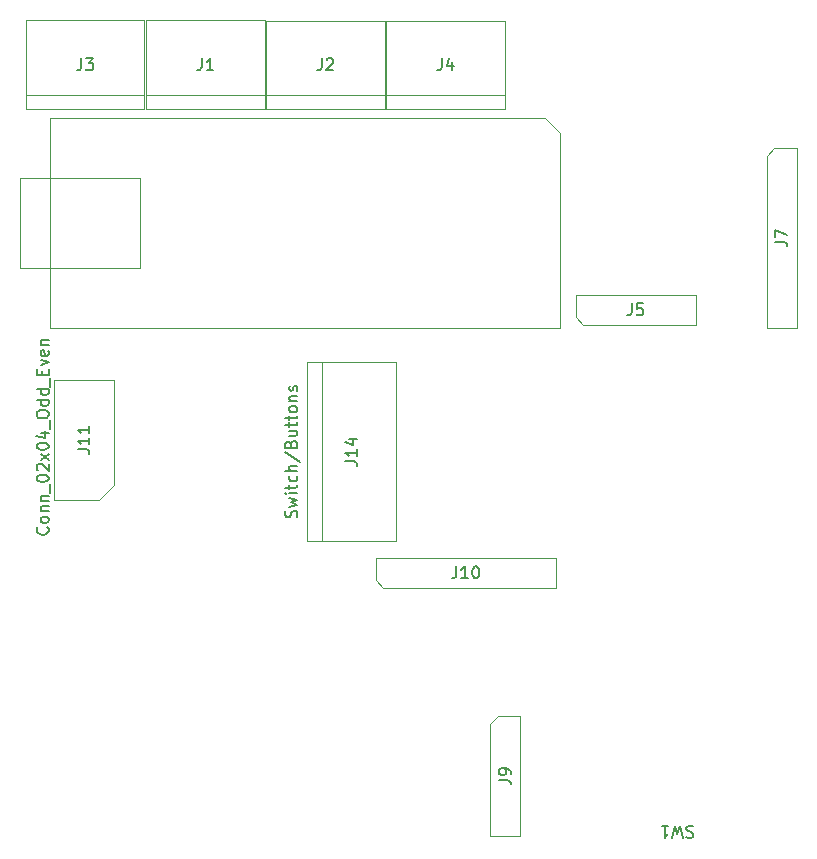
<source format=gbr>
G04 #@! TF.GenerationSoftware,KiCad,Pcbnew,9.0.4*
G04 #@! TF.CreationDate,2025-10-29T14:56:39-04:00*
G04 #@! TF.ProjectId,ArduinoBoard,41726475-696e-46f4-926f-6172642e6b69,1*
G04 #@! TF.SameCoordinates,Original*
G04 #@! TF.FileFunction,AssemblyDrawing,Top*
%FSLAX46Y46*%
G04 Gerber Fmt 4.6, Leading zero omitted, Abs format (unit mm)*
G04 Created by KiCad (PCBNEW 9.0.4) date 2025-10-29 14:56:39*
%MOMM*%
%LPD*%
G01*
G04 APERTURE LIST*
%ADD10C,0.150000*%
%ADD11C,0.100000*%
G04 APERTURE END LIST*
D10*
X100403332Y-115782800D02*
X100260475Y-115735180D01*
X100260475Y-115735180D02*
X100022380Y-115735180D01*
X100022380Y-115735180D02*
X99927142Y-115782800D01*
X99927142Y-115782800D02*
X99879523Y-115830419D01*
X99879523Y-115830419D02*
X99831904Y-115925657D01*
X99831904Y-115925657D02*
X99831904Y-116020895D01*
X99831904Y-116020895D02*
X99879523Y-116116133D01*
X99879523Y-116116133D02*
X99927142Y-116163752D01*
X99927142Y-116163752D02*
X100022380Y-116211371D01*
X100022380Y-116211371D02*
X100212856Y-116258990D01*
X100212856Y-116258990D02*
X100308094Y-116306609D01*
X100308094Y-116306609D02*
X100355713Y-116354228D01*
X100355713Y-116354228D02*
X100403332Y-116449466D01*
X100403332Y-116449466D02*
X100403332Y-116544704D01*
X100403332Y-116544704D02*
X100355713Y-116639942D01*
X100355713Y-116639942D02*
X100308094Y-116687561D01*
X100308094Y-116687561D02*
X100212856Y-116735180D01*
X100212856Y-116735180D02*
X99974761Y-116735180D01*
X99974761Y-116735180D02*
X99831904Y-116687561D01*
X99498570Y-116735180D02*
X99260475Y-115735180D01*
X99260475Y-115735180D02*
X99069999Y-116449466D01*
X99069999Y-116449466D02*
X98879523Y-115735180D01*
X98879523Y-115735180D02*
X98641428Y-116735180D01*
X97736666Y-115735180D02*
X98308094Y-115735180D01*
X98022380Y-115735180D02*
X98022380Y-116735180D01*
X98022380Y-116735180D02*
X98117618Y-116592323D01*
X98117618Y-116592323D02*
X98212856Y-116497085D01*
X98212856Y-116497085D02*
X98308094Y-116449466D01*
X80330476Y-93774819D02*
X80330476Y-94489104D01*
X80330476Y-94489104D02*
X80282857Y-94631961D01*
X80282857Y-94631961D02*
X80187619Y-94727200D01*
X80187619Y-94727200D02*
X80044762Y-94774819D01*
X80044762Y-94774819D02*
X79949524Y-94774819D01*
X81330476Y-94774819D02*
X80759048Y-94774819D01*
X81044762Y-94774819D02*
X81044762Y-93774819D01*
X81044762Y-93774819D02*
X80949524Y-93917676D01*
X80949524Y-93917676D02*
X80854286Y-94012914D01*
X80854286Y-94012914D02*
X80759048Y-94060533D01*
X81949524Y-93774819D02*
X82044762Y-93774819D01*
X82044762Y-93774819D02*
X82140000Y-93822438D01*
X82140000Y-93822438D02*
X82187619Y-93870057D01*
X82187619Y-93870057D02*
X82235238Y-93965295D01*
X82235238Y-93965295D02*
X82282857Y-94155771D01*
X82282857Y-94155771D02*
X82282857Y-94393866D01*
X82282857Y-94393866D02*
X82235238Y-94584342D01*
X82235238Y-94584342D02*
X82187619Y-94679580D01*
X82187619Y-94679580D02*
X82140000Y-94727200D01*
X82140000Y-94727200D02*
X82044762Y-94774819D01*
X82044762Y-94774819D02*
X81949524Y-94774819D01*
X81949524Y-94774819D02*
X81854286Y-94727200D01*
X81854286Y-94727200D02*
X81806667Y-94679580D01*
X81806667Y-94679580D02*
X81759048Y-94584342D01*
X81759048Y-94584342D02*
X81711429Y-94393866D01*
X81711429Y-94393866D02*
X81711429Y-94155771D01*
X81711429Y-94155771D02*
X81759048Y-93965295D01*
X81759048Y-93965295D02*
X81806667Y-93870057D01*
X81806667Y-93870057D02*
X81854286Y-93822438D01*
X81854286Y-93822438D02*
X81949524Y-93774819D01*
X58776666Y-50751819D02*
X58776666Y-51466104D01*
X58776666Y-51466104D02*
X58729047Y-51608961D01*
X58729047Y-51608961D02*
X58633809Y-51704200D01*
X58633809Y-51704200D02*
X58490952Y-51751819D01*
X58490952Y-51751819D02*
X58395714Y-51751819D01*
X59776666Y-51751819D02*
X59205238Y-51751819D01*
X59490952Y-51751819D02*
X59490952Y-50751819D01*
X59490952Y-50751819D02*
X59395714Y-50894676D01*
X59395714Y-50894676D02*
X59300476Y-50989914D01*
X59300476Y-50989914D02*
X59205238Y-51037533D01*
X95186666Y-71507319D02*
X95186666Y-72221604D01*
X95186666Y-72221604D02*
X95139047Y-72364461D01*
X95139047Y-72364461D02*
X95043809Y-72459700D01*
X95043809Y-72459700D02*
X94900952Y-72507319D01*
X94900952Y-72507319D02*
X94805714Y-72507319D01*
X96139047Y-71507319D02*
X95662857Y-71507319D01*
X95662857Y-71507319D02*
X95615238Y-71983509D01*
X95615238Y-71983509D02*
X95662857Y-71935890D01*
X95662857Y-71935890D02*
X95758095Y-71888271D01*
X95758095Y-71888271D02*
X95996190Y-71888271D01*
X95996190Y-71888271D02*
X96091428Y-71935890D01*
X96091428Y-71935890D02*
X96139047Y-71983509D01*
X96139047Y-71983509D02*
X96186666Y-72078747D01*
X96186666Y-72078747D02*
X96186666Y-72316842D01*
X96186666Y-72316842D02*
X96139047Y-72412080D01*
X96139047Y-72412080D02*
X96091428Y-72459700D01*
X96091428Y-72459700D02*
X95996190Y-72507319D01*
X95996190Y-72507319D02*
X95758095Y-72507319D01*
X95758095Y-72507319D02*
X95662857Y-72459700D01*
X95662857Y-72459700D02*
X95615238Y-72412080D01*
X45734164Y-90452858D02*
X45781784Y-90500477D01*
X45781784Y-90500477D02*
X45829403Y-90643334D01*
X45829403Y-90643334D02*
X45829403Y-90738572D01*
X45829403Y-90738572D02*
X45781784Y-90881429D01*
X45781784Y-90881429D02*
X45686545Y-90976667D01*
X45686545Y-90976667D02*
X45591307Y-91024286D01*
X45591307Y-91024286D02*
X45400831Y-91071905D01*
X45400831Y-91071905D02*
X45257974Y-91071905D01*
X45257974Y-91071905D02*
X45067498Y-91024286D01*
X45067498Y-91024286D02*
X44972260Y-90976667D01*
X44972260Y-90976667D02*
X44877022Y-90881429D01*
X44877022Y-90881429D02*
X44829403Y-90738572D01*
X44829403Y-90738572D02*
X44829403Y-90643334D01*
X44829403Y-90643334D02*
X44877022Y-90500477D01*
X44877022Y-90500477D02*
X44924641Y-90452858D01*
X45829403Y-89881429D02*
X45781784Y-89976667D01*
X45781784Y-89976667D02*
X45734164Y-90024286D01*
X45734164Y-90024286D02*
X45638926Y-90071905D01*
X45638926Y-90071905D02*
X45353212Y-90071905D01*
X45353212Y-90071905D02*
X45257974Y-90024286D01*
X45257974Y-90024286D02*
X45210355Y-89976667D01*
X45210355Y-89976667D02*
X45162736Y-89881429D01*
X45162736Y-89881429D02*
X45162736Y-89738572D01*
X45162736Y-89738572D02*
X45210355Y-89643334D01*
X45210355Y-89643334D02*
X45257974Y-89595715D01*
X45257974Y-89595715D02*
X45353212Y-89548096D01*
X45353212Y-89548096D02*
X45638926Y-89548096D01*
X45638926Y-89548096D02*
X45734164Y-89595715D01*
X45734164Y-89595715D02*
X45781784Y-89643334D01*
X45781784Y-89643334D02*
X45829403Y-89738572D01*
X45829403Y-89738572D02*
X45829403Y-89881429D01*
X45162736Y-89119524D02*
X45829403Y-89119524D01*
X45257974Y-89119524D02*
X45210355Y-89071905D01*
X45210355Y-89071905D02*
X45162736Y-88976667D01*
X45162736Y-88976667D02*
X45162736Y-88833810D01*
X45162736Y-88833810D02*
X45210355Y-88738572D01*
X45210355Y-88738572D02*
X45305593Y-88690953D01*
X45305593Y-88690953D02*
X45829403Y-88690953D01*
X45162736Y-88214762D02*
X45829403Y-88214762D01*
X45257974Y-88214762D02*
X45210355Y-88167143D01*
X45210355Y-88167143D02*
X45162736Y-88071905D01*
X45162736Y-88071905D02*
X45162736Y-87929048D01*
X45162736Y-87929048D02*
X45210355Y-87833810D01*
X45210355Y-87833810D02*
X45305593Y-87786191D01*
X45305593Y-87786191D02*
X45829403Y-87786191D01*
X45924641Y-87548096D02*
X45924641Y-86786191D01*
X44829403Y-86357619D02*
X44829403Y-86262381D01*
X44829403Y-86262381D02*
X44877022Y-86167143D01*
X44877022Y-86167143D02*
X44924641Y-86119524D01*
X44924641Y-86119524D02*
X45019879Y-86071905D01*
X45019879Y-86071905D02*
X45210355Y-86024286D01*
X45210355Y-86024286D02*
X45448450Y-86024286D01*
X45448450Y-86024286D02*
X45638926Y-86071905D01*
X45638926Y-86071905D02*
X45734164Y-86119524D01*
X45734164Y-86119524D02*
X45781784Y-86167143D01*
X45781784Y-86167143D02*
X45829403Y-86262381D01*
X45829403Y-86262381D02*
X45829403Y-86357619D01*
X45829403Y-86357619D02*
X45781784Y-86452857D01*
X45781784Y-86452857D02*
X45734164Y-86500476D01*
X45734164Y-86500476D02*
X45638926Y-86548095D01*
X45638926Y-86548095D02*
X45448450Y-86595714D01*
X45448450Y-86595714D02*
X45210355Y-86595714D01*
X45210355Y-86595714D02*
X45019879Y-86548095D01*
X45019879Y-86548095D02*
X44924641Y-86500476D01*
X44924641Y-86500476D02*
X44877022Y-86452857D01*
X44877022Y-86452857D02*
X44829403Y-86357619D01*
X44924641Y-85643333D02*
X44877022Y-85595714D01*
X44877022Y-85595714D02*
X44829403Y-85500476D01*
X44829403Y-85500476D02*
X44829403Y-85262381D01*
X44829403Y-85262381D02*
X44877022Y-85167143D01*
X44877022Y-85167143D02*
X44924641Y-85119524D01*
X44924641Y-85119524D02*
X45019879Y-85071905D01*
X45019879Y-85071905D02*
X45115117Y-85071905D01*
X45115117Y-85071905D02*
X45257974Y-85119524D01*
X45257974Y-85119524D02*
X45829403Y-85690952D01*
X45829403Y-85690952D02*
X45829403Y-85071905D01*
X45829403Y-84738571D02*
X45162736Y-84214762D01*
X45162736Y-84738571D02*
X45829403Y-84214762D01*
X44829403Y-83643333D02*
X44829403Y-83548095D01*
X44829403Y-83548095D02*
X44877022Y-83452857D01*
X44877022Y-83452857D02*
X44924641Y-83405238D01*
X44924641Y-83405238D02*
X45019879Y-83357619D01*
X45019879Y-83357619D02*
X45210355Y-83310000D01*
X45210355Y-83310000D02*
X45448450Y-83310000D01*
X45448450Y-83310000D02*
X45638926Y-83357619D01*
X45638926Y-83357619D02*
X45734164Y-83405238D01*
X45734164Y-83405238D02*
X45781784Y-83452857D01*
X45781784Y-83452857D02*
X45829403Y-83548095D01*
X45829403Y-83548095D02*
X45829403Y-83643333D01*
X45829403Y-83643333D02*
X45781784Y-83738571D01*
X45781784Y-83738571D02*
X45734164Y-83786190D01*
X45734164Y-83786190D02*
X45638926Y-83833809D01*
X45638926Y-83833809D02*
X45448450Y-83881428D01*
X45448450Y-83881428D02*
X45210355Y-83881428D01*
X45210355Y-83881428D02*
X45019879Y-83833809D01*
X45019879Y-83833809D02*
X44924641Y-83786190D01*
X44924641Y-83786190D02*
X44877022Y-83738571D01*
X44877022Y-83738571D02*
X44829403Y-83643333D01*
X45162736Y-82452857D02*
X45829403Y-82452857D01*
X44781784Y-82690952D02*
X45496069Y-82929047D01*
X45496069Y-82929047D02*
X45496069Y-82310000D01*
X45924641Y-82167143D02*
X45924641Y-81405238D01*
X44829403Y-80976666D02*
X44829403Y-80786190D01*
X44829403Y-80786190D02*
X44877022Y-80690952D01*
X44877022Y-80690952D02*
X44972260Y-80595714D01*
X44972260Y-80595714D02*
X45162736Y-80548095D01*
X45162736Y-80548095D02*
X45496069Y-80548095D01*
X45496069Y-80548095D02*
X45686545Y-80595714D01*
X45686545Y-80595714D02*
X45781784Y-80690952D01*
X45781784Y-80690952D02*
X45829403Y-80786190D01*
X45829403Y-80786190D02*
X45829403Y-80976666D01*
X45829403Y-80976666D02*
X45781784Y-81071904D01*
X45781784Y-81071904D02*
X45686545Y-81167142D01*
X45686545Y-81167142D02*
X45496069Y-81214761D01*
X45496069Y-81214761D02*
X45162736Y-81214761D01*
X45162736Y-81214761D02*
X44972260Y-81167142D01*
X44972260Y-81167142D02*
X44877022Y-81071904D01*
X44877022Y-81071904D02*
X44829403Y-80976666D01*
X45829403Y-79690952D02*
X44829403Y-79690952D01*
X45781784Y-79690952D02*
X45829403Y-79786190D01*
X45829403Y-79786190D02*
X45829403Y-79976666D01*
X45829403Y-79976666D02*
X45781784Y-80071904D01*
X45781784Y-80071904D02*
X45734164Y-80119523D01*
X45734164Y-80119523D02*
X45638926Y-80167142D01*
X45638926Y-80167142D02*
X45353212Y-80167142D01*
X45353212Y-80167142D02*
X45257974Y-80119523D01*
X45257974Y-80119523D02*
X45210355Y-80071904D01*
X45210355Y-80071904D02*
X45162736Y-79976666D01*
X45162736Y-79976666D02*
X45162736Y-79786190D01*
X45162736Y-79786190D02*
X45210355Y-79690952D01*
X45829403Y-78786190D02*
X44829403Y-78786190D01*
X45781784Y-78786190D02*
X45829403Y-78881428D01*
X45829403Y-78881428D02*
X45829403Y-79071904D01*
X45829403Y-79071904D02*
X45781784Y-79167142D01*
X45781784Y-79167142D02*
X45734164Y-79214761D01*
X45734164Y-79214761D02*
X45638926Y-79262380D01*
X45638926Y-79262380D02*
X45353212Y-79262380D01*
X45353212Y-79262380D02*
X45257974Y-79214761D01*
X45257974Y-79214761D02*
X45210355Y-79167142D01*
X45210355Y-79167142D02*
X45162736Y-79071904D01*
X45162736Y-79071904D02*
X45162736Y-78881428D01*
X45162736Y-78881428D02*
X45210355Y-78786190D01*
X45924641Y-78548095D02*
X45924641Y-77786190D01*
X45305593Y-77548094D02*
X45305593Y-77214761D01*
X45829403Y-77071904D02*
X45829403Y-77548094D01*
X45829403Y-77548094D02*
X44829403Y-77548094D01*
X44829403Y-77548094D02*
X44829403Y-77071904D01*
X45162736Y-76738570D02*
X45829403Y-76500475D01*
X45829403Y-76500475D02*
X45162736Y-76262380D01*
X45781784Y-75500475D02*
X45829403Y-75595713D01*
X45829403Y-75595713D02*
X45829403Y-75786189D01*
X45829403Y-75786189D02*
X45781784Y-75881427D01*
X45781784Y-75881427D02*
X45686545Y-75929046D01*
X45686545Y-75929046D02*
X45305593Y-75929046D01*
X45305593Y-75929046D02*
X45210355Y-75881427D01*
X45210355Y-75881427D02*
X45162736Y-75786189D01*
X45162736Y-75786189D02*
X45162736Y-75595713D01*
X45162736Y-75595713D02*
X45210355Y-75500475D01*
X45210355Y-75500475D02*
X45305593Y-75452856D01*
X45305593Y-75452856D02*
X45400831Y-75452856D01*
X45400831Y-75452856D02*
X45496069Y-75929046D01*
X45162736Y-75024284D02*
X45829403Y-75024284D01*
X45257974Y-75024284D02*
X45210355Y-74976665D01*
X45210355Y-74976665D02*
X45162736Y-74881427D01*
X45162736Y-74881427D02*
X45162736Y-74738570D01*
X45162736Y-74738570D02*
X45210355Y-74643332D01*
X45210355Y-74643332D02*
X45305593Y-74595713D01*
X45305593Y-74595713D02*
X45829403Y-74595713D01*
X48284611Y-83869523D02*
X48998896Y-83869523D01*
X48998896Y-83869523D02*
X49141753Y-83917142D01*
X49141753Y-83917142D02*
X49236992Y-84012380D01*
X49236992Y-84012380D02*
X49284611Y-84155237D01*
X49284611Y-84155237D02*
X49284611Y-84250475D01*
X49284611Y-82869523D02*
X49284611Y-83440951D01*
X49284611Y-83155237D02*
X48284611Y-83155237D01*
X48284611Y-83155237D02*
X48427468Y-83250475D01*
X48427468Y-83250475D02*
X48522706Y-83345713D01*
X48522706Y-83345713D02*
X48570325Y-83440951D01*
X49284611Y-81917142D02*
X49284611Y-82488570D01*
X49284611Y-82202856D02*
X48284611Y-82202856D01*
X48284611Y-82202856D02*
X48427468Y-82298094D01*
X48427468Y-82298094D02*
X48522706Y-82393332D01*
X48522706Y-82393332D02*
X48570325Y-82488570D01*
X79096666Y-50761819D02*
X79096666Y-51476104D01*
X79096666Y-51476104D02*
X79049047Y-51618961D01*
X79049047Y-51618961D02*
X78953809Y-51714200D01*
X78953809Y-51714200D02*
X78810952Y-51761819D01*
X78810952Y-51761819D02*
X78715714Y-51761819D01*
X80001428Y-51095152D02*
X80001428Y-51761819D01*
X79763333Y-50714200D02*
X79525238Y-51428485D01*
X79525238Y-51428485D02*
X80144285Y-51428485D01*
X83944819Y-111853333D02*
X84659104Y-111853333D01*
X84659104Y-111853333D02*
X84801961Y-111900952D01*
X84801961Y-111900952D02*
X84897200Y-111996190D01*
X84897200Y-111996190D02*
X84944819Y-112139047D01*
X84944819Y-112139047D02*
X84944819Y-112234285D01*
X84944819Y-111329523D02*
X84944819Y-111139047D01*
X84944819Y-111139047D02*
X84897200Y-111043809D01*
X84897200Y-111043809D02*
X84849580Y-110996190D01*
X84849580Y-110996190D02*
X84706723Y-110900952D01*
X84706723Y-110900952D02*
X84516247Y-110853333D01*
X84516247Y-110853333D02*
X84135295Y-110853333D01*
X84135295Y-110853333D02*
X84040057Y-110900952D01*
X84040057Y-110900952D02*
X83992438Y-110948571D01*
X83992438Y-110948571D02*
X83944819Y-111043809D01*
X83944819Y-111043809D02*
X83944819Y-111234285D01*
X83944819Y-111234285D02*
X83992438Y-111329523D01*
X83992438Y-111329523D02*
X84040057Y-111377142D01*
X84040057Y-111377142D02*
X84135295Y-111424761D01*
X84135295Y-111424761D02*
X84373390Y-111424761D01*
X84373390Y-111424761D02*
X84468628Y-111377142D01*
X84468628Y-111377142D02*
X84516247Y-111329523D01*
X84516247Y-111329523D02*
X84563866Y-111234285D01*
X84563866Y-111234285D02*
X84563866Y-111043809D01*
X84563866Y-111043809D02*
X84516247Y-110948571D01*
X84516247Y-110948571D02*
X84468628Y-110900952D01*
X84468628Y-110900952D02*
X84373390Y-110853333D01*
X48596666Y-50754819D02*
X48596666Y-51469104D01*
X48596666Y-51469104D02*
X48549047Y-51611961D01*
X48549047Y-51611961D02*
X48453809Y-51707200D01*
X48453809Y-51707200D02*
X48310952Y-51754819D01*
X48310952Y-51754819D02*
X48215714Y-51754819D01*
X48977619Y-50754819D02*
X49596666Y-50754819D01*
X49596666Y-50754819D02*
X49263333Y-51135771D01*
X49263333Y-51135771D02*
X49406190Y-51135771D01*
X49406190Y-51135771D02*
X49501428Y-51183390D01*
X49501428Y-51183390D02*
X49549047Y-51231009D01*
X49549047Y-51231009D02*
X49596666Y-51326247D01*
X49596666Y-51326247D02*
X49596666Y-51564342D01*
X49596666Y-51564342D02*
X49549047Y-51659580D01*
X49549047Y-51659580D02*
X49501428Y-51707200D01*
X49501428Y-51707200D02*
X49406190Y-51754819D01*
X49406190Y-51754819D02*
X49120476Y-51754819D01*
X49120476Y-51754819D02*
X49025238Y-51707200D01*
X49025238Y-51707200D02*
X48977619Y-51659580D01*
X107364819Y-66303333D02*
X108079104Y-66303333D01*
X108079104Y-66303333D02*
X108221961Y-66350952D01*
X108221961Y-66350952D02*
X108317200Y-66446190D01*
X108317200Y-66446190D02*
X108364819Y-66589047D01*
X108364819Y-66589047D02*
X108364819Y-66684285D01*
X107364819Y-65922380D02*
X107364819Y-65255714D01*
X107364819Y-65255714D02*
X108364819Y-65684285D01*
X68936666Y-50761819D02*
X68936666Y-51476104D01*
X68936666Y-51476104D02*
X68889047Y-51618961D01*
X68889047Y-51618961D02*
X68793809Y-51714200D01*
X68793809Y-51714200D02*
X68650952Y-51761819D01*
X68650952Y-51761819D02*
X68555714Y-51761819D01*
X69365238Y-50857057D02*
X69412857Y-50809438D01*
X69412857Y-50809438D02*
X69508095Y-50761819D01*
X69508095Y-50761819D02*
X69746190Y-50761819D01*
X69746190Y-50761819D02*
X69841428Y-50809438D01*
X69841428Y-50809438D02*
X69889047Y-50857057D01*
X69889047Y-50857057D02*
X69936666Y-50952295D01*
X69936666Y-50952295D02*
X69936666Y-51047533D01*
X69936666Y-51047533D02*
X69889047Y-51190390D01*
X69889047Y-51190390D02*
X69317619Y-51761819D01*
X69317619Y-51761819D02*
X69936666Y-51761819D01*
X66816888Y-89627428D02*
X66864507Y-89484571D01*
X66864507Y-89484571D02*
X66864507Y-89246476D01*
X66864507Y-89246476D02*
X66816888Y-89151238D01*
X66816888Y-89151238D02*
X66769268Y-89103619D01*
X66769268Y-89103619D02*
X66674030Y-89056000D01*
X66674030Y-89056000D02*
X66578792Y-89056000D01*
X66578792Y-89056000D02*
X66483554Y-89103619D01*
X66483554Y-89103619D02*
X66435935Y-89151238D01*
X66435935Y-89151238D02*
X66388316Y-89246476D01*
X66388316Y-89246476D02*
X66340697Y-89436952D01*
X66340697Y-89436952D02*
X66293078Y-89532190D01*
X66293078Y-89532190D02*
X66245459Y-89579809D01*
X66245459Y-89579809D02*
X66150221Y-89627428D01*
X66150221Y-89627428D02*
X66054983Y-89627428D01*
X66054983Y-89627428D02*
X65959745Y-89579809D01*
X65959745Y-89579809D02*
X65912126Y-89532190D01*
X65912126Y-89532190D02*
X65864507Y-89436952D01*
X65864507Y-89436952D02*
X65864507Y-89198857D01*
X65864507Y-89198857D02*
X65912126Y-89056000D01*
X66197840Y-88722666D02*
X66864507Y-88532190D01*
X66864507Y-88532190D02*
X66388316Y-88341714D01*
X66388316Y-88341714D02*
X66864507Y-88151238D01*
X66864507Y-88151238D02*
X66197840Y-87960762D01*
X66864507Y-87579809D02*
X66197840Y-87579809D01*
X65864507Y-87579809D02*
X65912126Y-87627428D01*
X65912126Y-87627428D02*
X65959745Y-87579809D01*
X65959745Y-87579809D02*
X65912126Y-87532190D01*
X65912126Y-87532190D02*
X65864507Y-87579809D01*
X65864507Y-87579809D02*
X65959745Y-87579809D01*
X66197840Y-87246476D02*
X66197840Y-86865524D01*
X65864507Y-87103619D02*
X66721649Y-87103619D01*
X66721649Y-87103619D02*
X66816888Y-87056000D01*
X66816888Y-87056000D02*
X66864507Y-86960762D01*
X66864507Y-86960762D02*
X66864507Y-86865524D01*
X66816888Y-86103619D02*
X66864507Y-86198857D01*
X66864507Y-86198857D02*
X66864507Y-86389333D01*
X66864507Y-86389333D02*
X66816888Y-86484571D01*
X66816888Y-86484571D02*
X66769268Y-86532190D01*
X66769268Y-86532190D02*
X66674030Y-86579809D01*
X66674030Y-86579809D02*
X66388316Y-86579809D01*
X66388316Y-86579809D02*
X66293078Y-86532190D01*
X66293078Y-86532190D02*
X66245459Y-86484571D01*
X66245459Y-86484571D02*
X66197840Y-86389333D01*
X66197840Y-86389333D02*
X66197840Y-86198857D01*
X66197840Y-86198857D02*
X66245459Y-86103619D01*
X66864507Y-85675047D02*
X65864507Y-85675047D01*
X66864507Y-85246476D02*
X66340697Y-85246476D01*
X66340697Y-85246476D02*
X66245459Y-85294095D01*
X66245459Y-85294095D02*
X66197840Y-85389333D01*
X66197840Y-85389333D02*
X66197840Y-85532190D01*
X66197840Y-85532190D02*
X66245459Y-85627428D01*
X66245459Y-85627428D02*
X66293078Y-85675047D01*
X65816888Y-84056000D02*
X67102602Y-84913142D01*
X66340697Y-83389333D02*
X66388316Y-83246476D01*
X66388316Y-83246476D02*
X66435935Y-83198857D01*
X66435935Y-83198857D02*
X66531173Y-83151238D01*
X66531173Y-83151238D02*
X66674030Y-83151238D01*
X66674030Y-83151238D02*
X66769268Y-83198857D01*
X66769268Y-83198857D02*
X66816888Y-83246476D01*
X66816888Y-83246476D02*
X66864507Y-83341714D01*
X66864507Y-83341714D02*
X66864507Y-83722666D01*
X66864507Y-83722666D02*
X65864507Y-83722666D01*
X65864507Y-83722666D02*
X65864507Y-83389333D01*
X65864507Y-83389333D02*
X65912126Y-83294095D01*
X65912126Y-83294095D02*
X65959745Y-83246476D01*
X65959745Y-83246476D02*
X66054983Y-83198857D01*
X66054983Y-83198857D02*
X66150221Y-83198857D01*
X66150221Y-83198857D02*
X66245459Y-83246476D01*
X66245459Y-83246476D02*
X66293078Y-83294095D01*
X66293078Y-83294095D02*
X66340697Y-83389333D01*
X66340697Y-83389333D02*
X66340697Y-83722666D01*
X66197840Y-82294095D02*
X66864507Y-82294095D01*
X66197840Y-82722666D02*
X66721649Y-82722666D01*
X66721649Y-82722666D02*
X66816888Y-82675047D01*
X66816888Y-82675047D02*
X66864507Y-82579809D01*
X66864507Y-82579809D02*
X66864507Y-82436952D01*
X66864507Y-82436952D02*
X66816888Y-82341714D01*
X66816888Y-82341714D02*
X66769268Y-82294095D01*
X66197840Y-81960761D02*
X66197840Y-81579809D01*
X65864507Y-81817904D02*
X66721649Y-81817904D01*
X66721649Y-81817904D02*
X66816888Y-81770285D01*
X66816888Y-81770285D02*
X66864507Y-81675047D01*
X66864507Y-81675047D02*
X66864507Y-81579809D01*
X66197840Y-81389332D02*
X66197840Y-81008380D01*
X65864507Y-81246475D02*
X66721649Y-81246475D01*
X66721649Y-81246475D02*
X66816888Y-81198856D01*
X66816888Y-81198856D02*
X66864507Y-81103618D01*
X66864507Y-81103618D02*
X66864507Y-81008380D01*
X66864507Y-80532189D02*
X66816888Y-80627427D01*
X66816888Y-80627427D02*
X66769268Y-80675046D01*
X66769268Y-80675046D02*
X66674030Y-80722665D01*
X66674030Y-80722665D02*
X66388316Y-80722665D01*
X66388316Y-80722665D02*
X66293078Y-80675046D01*
X66293078Y-80675046D02*
X66245459Y-80627427D01*
X66245459Y-80627427D02*
X66197840Y-80532189D01*
X66197840Y-80532189D02*
X66197840Y-80389332D01*
X66197840Y-80389332D02*
X66245459Y-80294094D01*
X66245459Y-80294094D02*
X66293078Y-80246475D01*
X66293078Y-80246475D02*
X66388316Y-80198856D01*
X66388316Y-80198856D02*
X66674030Y-80198856D01*
X66674030Y-80198856D02*
X66769268Y-80246475D01*
X66769268Y-80246475D02*
X66816888Y-80294094D01*
X66816888Y-80294094D02*
X66864507Y-80389332D01*
X66864507Y-80389332D02*
X66864507Y-80532189D01*
X66197840Y-79770284D02*
X66864507Y-79770284D01*
X66293078Y-79770284D02*
X66245459Y-79722665D01*
X66245459Y-79722665D02*
X66197840Y-79627427D01*
X66197840Y-79627427D02*
X66197840Y-79484570D01*
X66197840Y-79484570D02*
X66245459Y-79389332D01*
X66245459Y-79389332D02*
X66340697Y-79341713D01*
X66340697Y-79341713D02*
X66864507Y-79341713D01*
X66816888Y-78913141D02*
X66864507Y-78817903D01*
X66864507Y-78817903D02*
X66864507Y-78627427D01*
X66864507Y-78627427D02*
X66816888Y-78532189D01*
X66816888Y-78532189D02*
X66721649Y-78484570D01*
X66721649Y-78484570D02*
X66674030Y-78484570D01*
X66674030Y-78484570D02*
X66578792Y-78532189D01*
X66578792Y-78532189D02*
X66531173Y-78627427D01*
X66531173Y-78627427D02*
X66531173Y-78770284D01*
X66531173Y-78770284D02*
X66483554Y-78865522D01*
X66483554Y-78865522D02*
X66388316Y-78913141D01*
X66388316Y-78913141D02*
X66340697Y-78913141D01*
X66340697Y-78913141D02*
X66245459Y-78865522D01*
X66245459Y-78865522D02*
X66197840Y-78770284D01*
X66197840Y-78770284D02*
X66197840Y-78627427D01*
X66197840Y-78627427D02*
X66245459Y-78532189D01*
X70944507Y-84865523D02*
X71658792Y-84865523D01*
X71658792Y-84865523D02*
X71801649Y-84913142D01*
X71801649Y-84913142D02*
X71896888Y-85008380D01*
X71896888Y-85008380D02*
X71944507Y-85151237D01*
X71944507Y-85151237D02*
X71944507Y-85246475D01*
X71944507Y-83865523D02*
X71944507Y-84436951D01*
X71944507Y-84151237D02*
X70944507Y-84151237D01*
X70944507Y-84151237D02*
X71087364Y-84246475D01*
X71087364Y-84246475D02*
X71182602Y-84341713D01*
X71182602Y-84341713D02*
X71230221Y-84436951D01*
X71277840Y-83008380D02*
X71944507Y-83008380D01*
X70896888Y-83246475D02*
X71611173Y-83484570D01*
X71611173Y-83484570D02*
X71611173Y-82865523D01*
D11*
X88760000Y-95590000D02*
X74155000Y-95590000D01*
X88760000Y-93050000D02*
X88760000Y-95590000D01*
X74155000Y-95590000D02*
X73520000Y-94955000D01*
X73520000Y-94955000D02*
X73520000Y-93050000D01*
X73520000Y-93050000D02*
X88760000Y-93050000D01*
X54110000Y-47547000D02*
X54110000Y-55047000D01*
X54110000Y-55047000D02*
X64110000Y-55047000D01*
X54160000Y-53847000D02*
X64060000Y-53847000D01*
X64110000Y-47547000D02*
X54110000Y-47547000D01*
X64110000Y-55047000D02*
X64110000Y-47547000D01*
X90440000Y-70782500D02*
X100600000Y-70782500D01*
X90440000Y-72687500D02*
X90440000Y-70782500D01*
X91075000Y-73322500D02*
X90440000Y-72687500D01*
X100600000Y-70782500D02*
X100600000Y-73322500D01*
X100600000Y-73322500D02*
X91075000Y-73322500D01*
X46289792Y-77980000D02*
X51369792Y-77980000D01*
X46289792Y-88140000D02*
X46289792Y-77980000D01*
X50099792Y-88140000D02*
X46289792Y-88140000D01*
X51369792Y-77980000D02*
X51369792Y-86870000D01*
X51369792Y-86870000D02*
X50099792Y-88140000D01*
X74430000Y-47557000D02*
X74430000Y-55057000D01*
X74430000Y-55057000D02*
X84430000Y-55057000D01*
X74480000Y-53857000D02*
X84380000Y-53857000D01*
X84430000Y-47557000D02*
X74430000Y-47557000D01*
X84430000Y-55057000D02*
X84430000Y-47557000D01*
X83220000Y-107075000D02*
X83855000Y-106440000D01*
X83220000Y-116600000D02*
X83220000Y-107075000D01*
X83855000Y-106440000D02*
X85760000Y-106440000D01*
X85760000Y-106440000D02*
X85760000Y-116600000D01*
X85760000Y-116600000D02*
X83220000Y-116600000D01*
X43930000Y-47550000D02*
X43930000Y-55050000D01*
X43930000Y-55050000D02*
X53930000Y-55050000D01*
X43980000Y-53850000D02*
X53880000Y-53850000D01*
X53930000Y-47550000D02*
X43930000Y-47550000D01*
X53930000Y-55050000D02*
X53930000Y-47550000D01*
X106640000Y-58985000D02*
X107275000Y-58350000D01*
X106640000Y-73590000D02*
X106640000Y-58985000D01*
X107275000Y-58350000D02*
X109180000Y-58350000D01*
X109180000Y-58350000D02*
X109180000Y-73590000D01*
X109180000Y-73590000D02*
X106640000Y-73590000D01*
X64270000Y-47557000D02*
X64270000Y-55057000D01*
X64270000Y-55057000D02*
X74270000Y-55057000D01*
X64320000Y-53857000D02*
X74220000Y-53857000D01*
X74270000Y-47557000D02*
X64270000Y-47557000D01*
X74270000Y-55057000D02*
X74270000Y-47557000D01*
X67739688Y-76506000D02*
X75239688Y-76506000D01*
X67739688Y-91606000D02*
X67739688Y-76506000D01*
X68939688Y-76506000D02*
X68939688Y-91606000D01*
X75239688Y-76506000D02*
X75239688Y-91606000D01*
X75239688Y-91606000D02*
X67739688Y-91606000D01*
X43410000Y-60910000D02*
X53570000Y-60910000D01*
X43410000Y-68530000D02*
X43410000Y-60910000D01*
X45950000Y-55830000D02*
X87860000Y-55830000D01*
X45950000Y-73610000D02*
X45950000Y-55830000D01*
X53570000Y-60910000D02*
X53570000Y-68530000D01*
X53570000Y-68530000D02*
X43410000Y-68530000D01*
X87860000Y-55830000D02*
X89130000Y-57100000D01*
X89130000Y-57100000D02*
X89130000Y-73610000D01*
X89130000Y-73610000D02*
X45950000Y-73610000D01*
M02*

</source>
